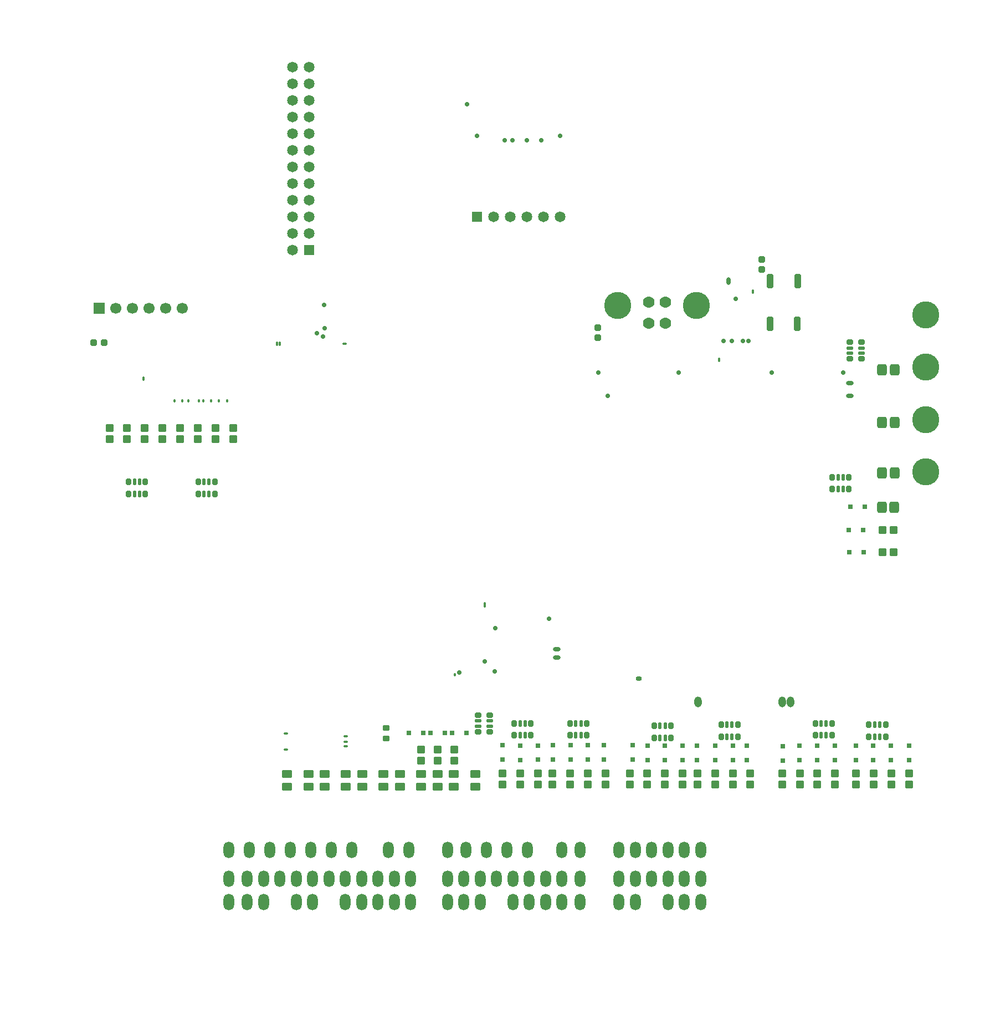
<source format=gts>
G04*
G04 #@! TF.GenerationSoftware,Altium Limited,Altium Designer,20.0.10 (225)*
G04*
G04 Layer_Color=7674933*
%FSLAX25Y25*%
%MOIN*%
G70*
G01*
G75*
%ADD37O,0.04488X0.02520*%
%ADD38O,0.01339X0.02520*%
%ADD39O,0.02520X0.01535*%
%ADD40O,0.01535X0.02520*%
%ADD41O,0.01535X0.02520*%
%ADD42O,0.01339X0.03307*%
%ADD43O,0.02520X0.04488*%
G04:AMPARAMS|DCode=44|XSize=15.35mil|YSize=33.07mil|CornerRadius=7.68mil|HoleSize=0mil|Usage=FLASHONLY|Rotation=180.000|XOffset=0mil|YOffset=0mil|HoleType=Round|Shape=RoundedRectangle|*
%AMROUNDEDRECTD44*
21,1,0.01535,0.01772,0,0,180.0*
21,1,0.00000,0.03307,0,0,180.0*
1,1,0.01535,0.00000,0.00886*
1,1,0.01535,0.00000,0.00886*
1,1,0.01535,0.00000,-0.00886*
1,1,0.01535,0.00000,-0.00886*
%
%ADD44ROUNDEDRECTD44*%
%ADD45O,0.03701X0.02913*%
%ADD46O,0.04488X0.06457*%
%ADD47O,0.01339X0.02126*%
G04:AMPARAMS|DCode=48|XSize=33.07mil|YSize=41.73mil|CornerRadius=5.51mil|HoleSize=0mil|Usage=FLASHONLY|Rotation=90.000|XOffset=0mil|YOffset=0mil|HoleType=Round|Shape=RoundedRectangle|*
%AMROUNDEDRECTD48*
21,1,0.03307,0.03071,0,0,90.0*
21,1,0.02205,0.04173,0,0,90.0*
1,1,0.01102,0.01535,0.01102*
1,1,0.01102,0.01535,-0.01102*
1,1,0.01102,-0.01535,-0.01102*
1,1,0.01102,-0.01535,0.01102*
%
%ADD48ROUNDEDRECTD48*%
G04:AMPARAMS|DCode=49|XSize=37.01mil|YSize=84.25mil|CornerRadius=5.91mil|HoleSize=0mil|Usage=FLASHONLY|Rotation=0.000|XOffset=0mil|YOffset=0mil|HoleType=Round|Shape=RoundedRectangle|*
%AMROUNDEDRECTD49*
21,1,0.03701,0.07244,0,0,0.0*
21,1,0.02520,0.08425,0,0,0.0*
1,1,0.01181,0.01260,-0.03622*
1,1,0.01181,-0.01260,-0.03622*
1,1,0.01181,-0.01260,0.03622*
1,1,0.01181,0.01260,0.03622*
%
%ADD49ROUNDEDRECTD49*%
G04:AMPARAMS|DCode=50|XSize=56.69mil|YSize=64.57mil|CornerRadius=7.87mil|HoleSize=0mil|Usage=FLASHONLY|Rotation=0.000|XOffset=0mil|YOffset=0mil|HoleType=Round|Shape=RoundedRectangle|*
%AMROUNDEDRECTD50*
21,1,0.05669,0.04882,0,0,0.0*
21,1,0.04095,0.06457,0,0,0.0*
1,1,0.01575,0.02047,-0.02441*
1,1,0.01575,-0.02047,-0.02441*
1,1,0.01575,-0.02047,0.02441*
1,1,0.01575,0.02047,0.02441*
%
%ADD50ROUNDEDRECTD50*%
%ADD51C,0.16299*%
G04:AMPARAMS|DCode=52|XSize=29.13mil|YSize=29.13mil|CornerRadius=5.12mil|HoleSize=0mil|Usage=FLASHONLY|Rotation=90.000|XOffset=0mil|YOffset=0mil|HoleType=Round|Shape=RoundedRectangle|*
%AMROUNDEDRECTD52*
21,1,0.02913,0.01890,0,0,90.0*
21,1,0.01890,0.02913,0,0,90.0*
1,1,0.01024,0.00945,0.00945*
1,1,0.01024,0.00945,-0.00945*
1,1,0.01024,-0.00945,-0.00945*
1,1,0.01024,-0.00945,0.00945*
%
%ADD52ROUNDEDRECTD52*%
G04:AMPARAMS|DCode=53|XSize=44.88mil|YSize=48.82mil|CornerRadius=6.69mil|HoleSize=0mil|Usage=FLASHONLY|Rotation=270.000|XOffset=0mil|YOffset=0mil|HoleType=Round|Shape=RoundedRectangle|*
%AMROUNDEDRECTD53*
21,1,0.04488,0.03543,0,0,270.0*
21,1,0.03150,0.04882,0,0,270.0*
1,1,0.01339,-0.01772,-0.01575*
1,1,0.01339,-0.01772,0.01575*
1,1,0.01339,0.01772,0.01575*
1,1,0.01339,0.01772,-0.01575*
%
%ADD53ROUNDEDRECTD53*%
G04:AMPARAMS|DCode=54|XSize=44.88mil|YSize=62.6mil|CornerRadius=6.69mil|HoleSize=0mil|Usage=FLASHONLY|Rotation=90.000|XOffset=0mil|YOffset=0mil|HoleType=Round|Shape=RoundedRectangle|*
%AMROUNDEDRECTD54*
21,1,0.04488,0.04921,0,0,90.0*
21,1,0.03150,0.06260,0,0,90.0*
1,1,0.01339,0.02461,0.01575*
1,1,0.01339,0.02461,-0.01575*
1,1,0.01339,-0.02461,-0.01575*
1,1,0.01339,-0.02461,0.01575*
%
%ADD54ROUNDEDRECTD54*%
G04:AMPARAMS|DCode=55|XSize=31.1mil|YSize=37.01mil|CornerRadius=5.32mil|HoleSize=0mil|Usage=FLASHONLY|Rotation=270.000|XOffset=0mil|YOffset=0mil|HoleType=Round|Shape=RoundedRectangle|*
%AMROUNDEDRECTD55*
21,1,0.03110,0.02638,0,0,270.0*
21,1,0.02047,0.03701,0,0,270.0*
1,1,0.01063,-0.01319,-0.01024*
1,1,0.01063,-0.01319,0.01024*
1,1,0.01063,0.01319,0.01024*
1,1,0.01063,0.01319,-0.01024*
%
%ADD55ROUNDEDRECTD55*%
G04:AMPARAMS|DCode=56|XSize=23.23mil|YSize=37.01mil|CornerRadius=4.53mil|HoleSize=0mil|Usage=FLASHONLY|Rotation=270.000|XOffset=0mil|YOffset=0mil|HoleType=Round|Shape=RoundedRectangle|*
%AMROUNDEDRECTD56*
21,1,0.02323,0.02795,0,0,270.0*
21,1,0.01417,0.03701,0,0,270.0*
1,1,0.00906,-0.01398,-0.00709*
1,1,0.00906,-0.01398,0.00709*
1,1,0.00906,0.01398,0.00709*
1,1,0.00906,0.01398,-0.00709*
%
%ADD56ROUNDEDRECTD56*%
G04:AMPARAMS|DCode=57|XSize=38.98mil|YSize=38.98mil|CornerRadius=6.1mil|HoleSize=0mil|Usage=FLASHONLY|Rotation=180.000|XOffset=0mil|YOffset=0mil|HoleType=Round|Shape=RoundedRectangle|*
%AMROUNDEDRECTD57*
21,1,0.03898,0.02677,0,0,180.0*
21,1,0.02677,0.03898,0,0,180.0*
1,1,0.01221,-0.01339,0.01339*
1,1,0.01221,0.01339,0.01339*
1,1,0.01221,0.01339,-0.01339*
1,1,0.01221,-0.01339,-0.01339*
%
%ADD57ROUNDEDRECTD57*%
G04:AMPARAMS|DCode=58|XSize=31.1mil|YSize=37.01mil|CornerRadius=5.32mil|HoleSize=0mil|Usage=FLASHONLY|Rotation=180.000|XOffset=0mil|YOffset=0mil|HoleType=Round|Shape=RoundedRectangle|*
%AMROUNDEDRECTD58*
21,1,0.03110,0.02638,0,0,180.0*
21,1,0.02047,0.03701,0,0,180.0*
1,1,0.01063,-0.01024,0.01319*
1,1,0.01063,0.01024,0.01319*
1,1,0.01063,0.01024,-0.01319*
1,1,0.01063,-0.01024,-0.01319*
%
%ADD58ROUNDEDRECTD58*%
G04:AMPARAMS|DCode=59|XSize=23.23mil|YSize=37.01mil|CornerRadius=4.53mil|HoleSize=0mil|Usage=FLASHONLY|Rotation=180.000|XOffset=0mil|YOffset=0mil|HoleType=Round|Shape=RoundedRectangle|*
%AMROUNDEDRECTD59*
21,1,0.02323,0.02795,0,0,180.0*
21,1,0.01417,0.03701,0,0,180.0*
1,1,0.00906,-0.00709,0.01398*
1,1,0.00906,0.00709,0.01398*
1,1,0.00906,0.00709,-0.01398*
1,1,0.00906,-0.00709,-0.01398*
%
%ADD59ROUNDEDRECTD59*%
G04:AMPARAMS|DCode=60|XSize=38.98mil|YSize=38.98mil|CornerRadius=6.1mil|HoleSize=0mil|Usage=FLASHONLY|Rotation=90.000|XOffset=0mil|YOffset=0mil|HoleType=Round|Shape=RoundedRectangle|*
%AMROUNDEDRECTD60*
21,1,0.03898,0.02677,0,0,90.0*
21,1,0.02677,0.03898,0,0,90.0*
1,1,0.01221,0.01339,0.01339*
1,1,0.01221,0.01339,-0.01339*
1,1,0.01221,-0.01339,-0.01339*
1,1,0.01221,-0.01339,0.01339*
%
%ADD60ROUNDEDRECTD60*%
G04:AMPARAMS|DCode=61|XSize=29.13mil|YSize=29.13mil|CornerRadius=5.12mil|HoleSize=0mil|Usage=FLASHONLY|Rotation=0.000|XOffset=0mil|YOffset=0mil|HoleType=Round|Shape=RoundedRectangle|*
%AMROUNDEDRECTD61*
21,1,0.02913,0.01890,0,0,0.0*
21,1,0.01890,0.02913,0,0,0.0*
1,1,0.01024,0.00945,-0.00945*
1,1,0.01024,-0.00945,-0.00945*
1,1,0.01024,-0.00945,0.00945*
1,1,0.01024,0.00945,0.00945*
%
%ADD61ROUNDEDRECTD61*%
G04:AMPARAMS|DCode=62|XSize=44.88mil|YSize=48.82mil|CornerRadius=6.69mil|HoleSize=0mil|Usage=FLASHONLY|Rotation=180.000|XOffset=0mil|YOffset=0mil|HoleType=Round|Shape=RoundedRectangle|*
%AMROUNDEDRECTD62*
21,1,0.04488,0.03543,0,0,180.0*
21,1,0.03150,0.04882,0,0,180.0*
1,1,0.01339,-0.01575,0.01772*
1,1,0.01339,0.01575,0.01772*
1,1,0.01339,0.01575,-0.01772*
1,1,0.01339,-0.01575,-0.01772*
%
%ADD62ROUNDEDRECTD62*%
%ADD63O,0.06457X0.10000*%
%ADD64C,0.00551*%
%ADD65C,0.06951*%
%ADD66C,0.02913*%
%ADD67C,0.06693*%
%ADD68R,0.06693X0.06693*%
%ADD69C,0.06457*%
%ADD70R,0.06457X0.06457*%
%ADD71R,0.06457X0.06457*%
D37*
X340277Y225611D02*
D03*
X340158Y230610D02*
D03*
X516417Y390453D02*
D03*
X516417Y382973D02*
D03*
D38*
X279035Y215158D02*
D03*
D39*
X212480Y413996D02*
D03*
X213287Y172047D02*
D03*
Y174803D02*
D03*
Y178248D02*
D03*
X177067Y170276D02*
D03*
Y179724D02*
D03*
D40*
X171732Y414193D02*
D03*
X173701D02*
D03*
D41*
X437972Y404626D02*
D03*
X91613Y393126D02*
D03*
D42*
X458347Y445571D02*
D03*
D43*
X443504Y451968D02*
D03*
D44*
X296870Y257283D02*
D03*
D45*
X389652Y212736D02*
D03*
D46*
X480935Y198971D02*
D03*
X475990D02*
D03*
X425301D02*
D03*
D47*
X110177Y379824D02*
D03*
X114803D02*
D03*
X142028D02*
D03*
X136811D02*
D03*
X132185D02*
D03*
X118445D02*
D03*
X127559D02*
D03*
X124733D02*
D03*
D48*
X237402Y176772D02*
D03*
Y183071D02*
D03*
D49*
X485236Y451673D02*
D03*
X468701D02*
D03*
X485039Y426083D02*
D03*
X468504D02*
D03*
D50*
X543504Y398622D02*
D03*
X536024D02*
D03*
Y336417D02*
D03*
X543504D02*
D03*
Y366811D02*
D03*
X536024D02*
D03*
X535748Y315866D02*
D03*
X543228D02*
D03*
D51*
X562205Y431496D02*
D03*
Y337008D02*
D03*
Y368504D02*
D03*
Y400000D02*
D03*
X376791Y437106D02*
D03*
X424193D02*
D03*
D52*
X285827Y180216D02*
D03*
X277165D02*
D03*
X516240Y288878D02*
D03*
X524902D02*
D03*
X516043Y302165D02*
D03*
X524705D02*
D03*
X516732Y316043D02*
D03*
X525394D02*
D03*
X259842Y180216D02*
D03*
X251181D02*
D03*
X272835D02*
D03*
X264173D02*
D03*
D53*
X278543Y163386D02*
D03*
Y170079D02*
D03*
X71063Y356693D02*
D03*
Y363386D02*
D03*
X81693Y356693D02*
D03*
Y363386D02*
D03*
X92323Y356693D02*
D03*
Y363386D02*
D03*
X102953Y356693D02*
D03*
Y363386D02*
D03*
X113583Y356693D02*
D03*
Y363386D02*
D03*
X124213Y356693D02*
D03*
Y363386D02*
D03*
X134843Y356693D02*
D03*
Y363386D02*
D03*
X145473Y356693D02*
D03*
Y363386D02*
D03*
X415945Y149213D02*
D03*
Y155905D02*
D03*
X405315Y149213D02*
D03*
Y155905D02*
D03*
X394685Y149213D02*
D03*
Y155905D02*
D03*
X384055Y149213D02*
D03*
Y155905D02*
D03*
X348327Y149213D02*
D03*
Y155905D02*
D03*
X424803Y149213D02*
D03*
Y155905D02*
D03*
X358957Y149213D02*
D03*
Y155905D02*
D03*
X435433Y149213D02*
D03*
Y155905D02*
D03*
X456693Y149213D02*
D03*
Y155905D02*
D03*
X446063Y149213D02*
D03*
Y155905D02*
D03*
X337697Y149213D02*
D03*
Y155905D02*
D03*
X369587Y149213D02*
D03*
Y155905D02*
D03*
X552165Y155905D02*
D03*
Y149213D02*
D03*
X541536Y155905D02*
D03*
Y149213D02*
D03*
X530906Y155905D02*
D03*
Y149213D02*
D03*
X520276Y155905D02*
D03*
Y149213D02*
D03*
X475787Y155905D02*
D03*
Y149213D02*
D03*
X486417Y155905D02*
D03*
Y149213D02*
D03*
X497047Y155905D02*
D03*
Y149213D02*
D03*
X507677Y155905D02*
D03*
Y149213D02*
D03*
X307677Y155905D02*
D03*
Y149213D02*
D03*
X318307Y155905D02*
D03*
Y149213D02*
D03*
X328937Y155905D02*
D03*
Y149213D02*
D03*
X258465Y163386D02*
D03*
Y170079D02*
D03*
X268701Y163386D02*
D03*
Y170079D02*
D03*
D54*
X258661Y155315D02*
D03*
Y147835D02*
D03*
X190748Y155315D02*
D03*
Y147835D02*
D03*
X200591Y155315D02*
D03*
Y147835D02*
D03*
X291142D02*
D03*
Y155315D02*
D03*
X245866Y147835D02*
D03*
Y155315D02*
D03*
X236024Y147835D02*
D03*
Y155315D02*
D03*
X223228Y147835D02*
D03*
Y155315D02*
D03*
X213386Y147835D02*
D03*
Y155315D02*
D03*
X177953Y147835D02*
D03*
Y155315D02*
D03*
X278346D02*
D03*
Y147835D02*
D03*
X268504Y155315D02*
D03*
Y147835D02*
D03*
D55*
X292913Y190847D02*
D03*
X300000D02*
D03*
Y180807D02*
D03*
X292913D02*
D03*
X523622Y415059D02*
D03*
X516535D02*
D03*
Y405020D02*
D03*
X523622D02*
D03*
D56*
X292913Y187402D02*
D03*
Y184252D02*
D03*
X300000D02*
D03*
Y187402D02*
D03*
X516535Y408465D02*
D03*
Y411614D02*
D03*
X523622D02*
D03*
Y408465D02*
D03*
D57*
X61654Y414764D02*
D03*
X67874D02*
D03*
D58*
X92716Y331004D02*
D03*
Y323917D02*
D03*
X82677D02*
D03*
Y331004D02*
D03*
X124409D02*
D03*
Y323917D02*
D03*
X134449D02*
D03*
Y331004D02*
D03*
X408957Y177264D02*
D03*
Y184350D02*
D03*
X398917D02*
D03*
Y177264D02*
D03*
X449114Y177953D02*
D03*
Y185039D02*
D03*
X439075D02*
D03*
Y177953D02*
D03*
X358268Y178740D02*
D03*
Y185827D02*
D03*
X348228D02*
D03*
Y178740D02*
D03*
X538091Y177953D02*
D03*
Y185039D02*
D03*
X528051D02*
D03*
Y177953D02*
D03*
X505807Y178740D02*
D03*
Y185827D02*
D03*
X495768D02*
D03*
Y178740D02*
D03*
X506004Y326654D02*
D03*
Y333740D02*
D03*
X516043D02*
D03*
Y326654D02*
D03*
X314665Y178740D02*
D03*
Y185827D02*
D03*
X324705D02*
D03*
Y178740D02*
D03*
D59*
X89272Y331004D02*
D03*
X86122D02*
D03*
Y323917D02*
D03*
X89272D02*
D03*
X131004D02*
D03*
X127854D02*
D03*
Y331004D02*
D03*
X131004D02*
D03*
X402362Y184350D02*
D03*
X405512D02*
D03*
Y177264D02*
D03*
X402362D02*
D03*
X442520Y185039D02*
D03*
X445669D02*
D03*
Y177953D02*
D03*
X442520D02*
D03*
X351673Y185827D02*
D03*
X354823D02*
D03*
Y178740D02*
D03*
X351673D02*
D03*
X531496Y185039D02*
D03*
X534646D02*
D03*
Y177953D02*
D03*
X531496D02*
D03*
X499213Y185827D02*
D03*
X502362D02*
D03*
Y178740D02*
D03*
X499213D02*
D03*
X509449Y326654D02*
D03*
X512598D02*
D03*
Y333740D02*
D03*
X509449D02*
D03*
X318110Y178740D02*
D03*
X321260D02*
D03*
Y185827D02*
D03*
X318110D02*
D03*
D60*
X463484Y458701D02*
D03*
Y464921D02*
D03*
X364728Y417717D02*
D03*
Y423937D02*
D03*
D61*
X454528Y172441D02*
D03*
Y163779D02*
D03*
X348524Y172835D02*
D03*
Y164173D02*
D03*
X435630Y172441D02*
D03*
Y163779D02*
D03*
X405118Y172441D02*
D03*
Y163779D02*
D03*
X415748Y172441D02*
D03*
Y163779D02*
D03*
X394882Y172441D02*
D03*
Y163779D02*
D03*
X424606Y172441D02*
D03*
Y163779D02*
D03*
X368701Y172933D02*
D03*
Y164272D02*
D03*
X358760Y172835D02*
D03*
Y164173D02*
D03*
X337894Y172835D02*
D03*
Y164173D02*
D03*
X385827Y172933D02*
D03*
Y164272D02*
D03*
X446260Y172441D02*
D03*
Y163779D02*
D03*
X552362Y163779D02*
D03*
Y172441D02*
D03*
X541339Y163779D02*
D03*
Y172441D02*
D03*
X530709Y163779D02*
D03*
Y172441D02*
D03*
X520079Y163779D02*
D03*
Y172441D02*
D03*
X476378Y163386D02*
D03*
Y172047D02*
D03*
X486221Y163779D02*
D03*
Y172441D02*
D03*
X496850Y163779D02*
D03*
Y172441D02*
D03*
X507480Y163779D02*
D03*
Y172441D02*
D03*
X307480Y164173D02*
D03*
Y172835D02*
D03*
X318110Y163779D02*
D03*
Y172441D02*
D03*
X328740Y163976D02*
D03*
Y172638D02*
D03*
D62*
X542913Y288661D02*
D03*
X536221D02*
D03*
X542913Y302087D02*
D03*
X536221D02*
D03*
D63*
X142913Y92520D02*
D03*
Y78347D02*
D03*
X153937Y92520D02*
D03*
Y78347D02*
D03*
X163779Y92520D02*
D03*
Y78347D02*
D03*
X173622Y92520D02*
D03*
X183465D02*
D03*
Y78347D02*
D03*
X193307Y92520D02*
D03*
Y78347D02*
D03*
X203150Y92520D02*
D03*
X212992Y78347D02*
D03*
Y92520D02*
D03*
X222835Y78347D02*
D03*
Y92520D02*
D03*
X232677Y78347D02*
D03*
Y92520D02*
D03*
X242520Y78347D02*
D03*
Y92520D02*
D03*
X238858Y109843D02*
D03*
X252362Y78347D02*
D03*
Y92520D02*
D03*
X251181Y109843D02*
D03*
X274409Y78347D02*
D03*
Y92520D02*
D03*
Y109843D02*
D03*
X284252Y78347D02*
D03*
Y92520D02*
D03*
X285433Y109843D02*
D03*
X294094Y78347D02*
D03*
Y92520D02*
D03*
X303937D02*
D03*
X297756Y109843D02*
D03*
X313779Y78347D02*
D03*
Y92520D02*
D03*
X310079Y109843D02*
D03*
X323622Y78347D02*
D03*
Y92520D02*
D03*
X322402Y109843D02*
D03*
X333465Y78347D02*
D03*
Y92520D02*
D03*
X343307Y78347D02*
D03*
Y92520D02*
D03*
Y109843D02*
D03*
X354331Y78347D02*
D03*
Y92520D02*
D03*
Y109843D02*
D03*
X377559Y78347D02*
D03*
Y92520D02*
D03*
Y109843D02*
D03*
X387402Y78347D02*
D03*
Y92520D02*
D03*
Y109843D02*
D03*
X397244Y92520D02*
D03*
X407087Y78347D02*
D03*
Y92520D02*
D03*
Y109843D02*
D03*
X416929Y78347D02*
D03*
Y92520D02*
D03*
X426772Y78347D02*
D03*
Y92520D02*
D03*
X416929Y109843D02*
D03*
X426772D02*
D03*
X216850D02*
D03*
X204528D02*
D03*
X192205D02*
D03*
X179882D02*
D03*
X167559D02*
D03*
X155236D02*
D03*
X142913D02*
D03*
X397244D02*
D03*
D64*
X173622Y56890D02*
D03*
X397244D02*
D03*
X135256Y484803D02*
D03*
X44272D02*
D03*
X19879Y279921D02*
D03*
X586614Y20079D02*
D03*
Y605905D02*
D03*
X19685D02*
D03*
Y20079D02*
D03*
D65*
X405413Y426437D02*
D03*
Y439094D02*
D03*
X395571D02*
D03*
Y426437D02*
D03*
D66*
X296919Y223002D02*
D03*
X335531Y248819D02*
D03*
X303012Y217224D02*
D03*
X281693Y216634D02*
D03*
X303199Y243258D02*
D03*
X469488Y396850D02*
D03*
X512402D02*
D03*
X370768Y382677D02*
D03*
X413583Y396850D02*
D03*
X365302D02*
D03*
X200374Y437323D02*
D03*
X200669Y423346D02*
D03*
X199488Y418327D02*
D03*
X196043Y420394D02*
D03*
X452067Y415748D02*
D03*
X455610D02*
D03*
X440551D02*
D03*
X445571D02*
D03*
X447756Y441043D02*
D03*
X286122Y558287D02*
D03*
X313583Y536339D02*
D03*
X330906D02*
D03*
X322146D02*
D03*
X292323Y538976D02*
D03*
X308957Y536339D02*
D03*
X342339Y539012D02*
D03*
D67*
X114764Y435433D02*
D03*
X104764D02*
D03*
X94764D02*
D03*
X84764D02*
D03*
X74764D02*
D03*
D68*
X64764D02*
D03*
D69*
X342126Y490551D02*
D03*
X332126D02*
D03*
X322126D02*
D03*
X312126D02*
D03*
X302126D02*
D03*
X181142Y580472D02*
D03*
X191142D02*
D03*
X181142Y570472D02*
D03*
X191142D02*
D03*
X181142Y560472D02*
D03*
X191142D02*
D03*
X181142Y550472D02*
D03*
X191142D02*
D03*
X181142Y540472D02*
D03*
X191142D02*
D03*
X181142Y530472D02*
D03*
X191142D02*
D03*
X181142Y520472D02*
D03*
X191142D02*
D03*
X181142Y510472D02*
D03*
X191142D02*
D03*
X181142Y500472D02*
D03*
X191142D02*
D03*
X181142Y490472D02*
D03*
X191142D02*
D03*
X181142Y480472D02*
D03*
X191142D02*
D03*
X181142Y470472D02*
D03*
D70*
X292126Y490551D02*
D03*
D71*
X191142Y470472D02*
D03*
M02*

</source>
